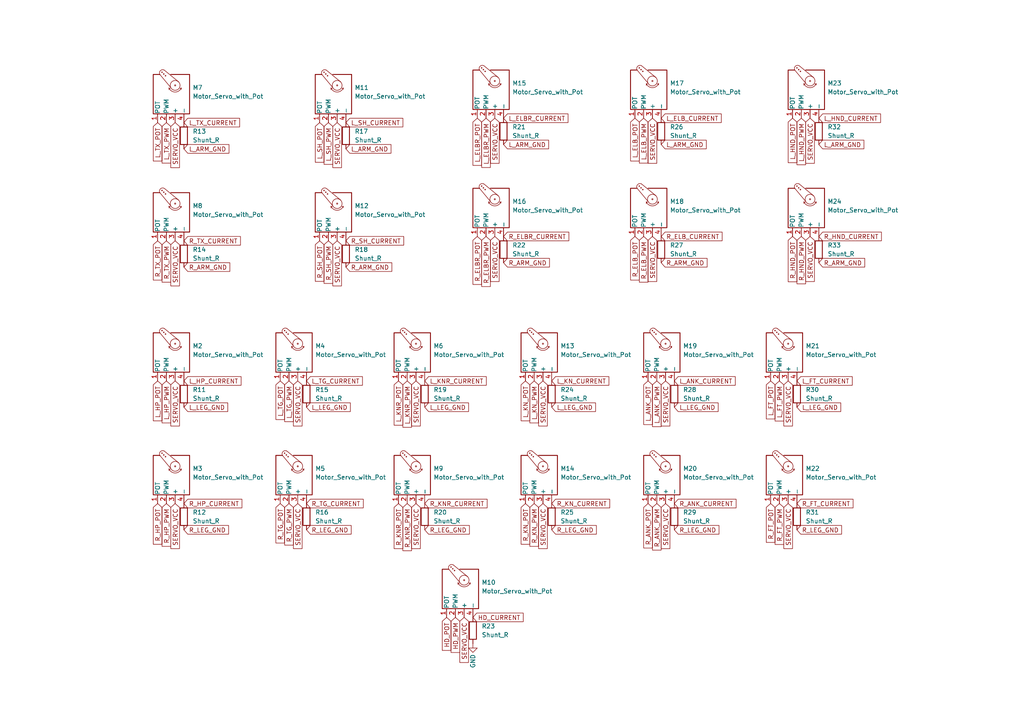
<source format=kicad_sch>
(kicad_sch (version 20230121) (generator eeschema)
  (paper "A4")
  (lib_symbols
    (symbol "Ben_modules:Motor_Servo_with_Pot" (pin_names (offset 0.0254))
      (property "Reference" "M" (at -5.08 7.62 0))
      (property "Value" "Motor_Servo_with_Pot" (at -5.08 -4.064 0))
      (symbol "Motor_Servo_with_Pot_0_1"
        (polyline (pts (xy 2.413 -1.778) (xy 2.032 -1.778)))
        (polyline (pts (xy 2.413 -1.778) (xy 2.286 -1.397)))
        (polyline (pts (xy 2.413 1.778) (xy 1.905 1.778)))
        (polyline (pts (xy 2.413 1.778) (xy 2.286 1.397)))
        (polyline (pts (xy 6.35 4.445) (xy 2.54 1.27)))
        (polyline (pts (xy 7.62 3.175) (xy 4.191 -1.016)))
        (polyline (pts (xy 6.35 4.445) (xy 6.35 6.35) (xy -5.08 6.35) (xy -5.08 -4.191) (xy 6.35 -4.191) (xy 6.35 1.27)) (stroke (width 0.254)))
        (arc (start 2.413 1.778) (mid 1.2406 0) (end 2.413 -1.778))
        (circle (center 3.175 0) (radius 0.1778))
        (circle (center 3.175 0) (radius 1.4224))
        (circle (center 5.969 2.794) (radius 0.127))
        (circle (center 6.477 3.302) (radius 0.127))
        (circle (center 6.985 3.81) (radius 0.127))
        (arc (start 7.62 3.175) (mid 7.4485 4.2735) (end 6.35 4.445))
      )
      (symbol "Motor_Servo_with_Pot_1_1"
        (pin passive line (at -7.62 5.08 0) (length 2.54) (name "POT") (number "1"))
        (pin passive line (at -7.62 2.54 0) (length 2.54) (name "PWM") (number "2"))
        (pin passive line (at -7.62 0 0) (length 2.54) (name "+") (number "3"))
        (pin passive line (at -7.62 -2.54 0) (length 2.54) (name "-") (number "4"))
      )
    )
    (symbol "Device:R" (pin_numbers hide) (pin_names (offset 0))
      (property "Reference" "R" (at 2.032 0 90))
      (property "Value" "R" (at 0 0 90))
      (symbol "R_0_1"
        (rectangle (start -1.016 -2.54) (end 1.016 2.54) (stroke (width 0.254)))
      )
      (symbol "R_1_1"
        (pin passive line (at 0 3.81 270) (length 1.27) (name "~") (number "1"))
        (pin passive line (at 0 -3.81 90) (length 1.27) (name "~") (number "2"))
      )
    )
    (symbol "power:GND" (power) (pin_names (offset 0))
      (property "Value" "GND" (at 0 -3.81 0))
      (symbol "GND_0_1"
        (polyline (pts (xy 0 0) (xy 0 -1.27) (xy 1.27 -1.27) (xy 0 -2.54) (xy -1.27 -1.27) (xy 0 -1.27)))
      )
      (symbol "GND_1_1"
        (pin power_in line (at 0 0 270) (length 0) hide (name "GND") (number "1"))
      )
    )
  )
  (global_label "HD_PWM" (shape input) (at 132.08 179.07 270) (property "Intersheetrefs" "${INTERSHEET_REFS}" (effects hide)))
  (global_label "R_ARM_GND" (shape input) (at 53.34 77.47 0) (property "Intersheetrefs" "${INTERSHEET_REFS}" (effects hide)))
  (global_label "L_ELB_POT" (shape input) (at 184.15 34.29 270) (property "Intersheetrefs" "${INTERSHEET_REFS}" (effects hide)))
  (global_label "R_SH_CURRENT" (shape input) (at 100.33 69.85 0) (property "Intersheetrefs" "${INTERSHEET_REFS}" (effects hide)))
  (global_label "L_KN_CURRENT" (shape input) (at 160.02 110.49 0) (property "Intersheetrefs" "${INTERSHEET_REFS}" (effects hide)))
  (global_label "R_KN_PWM" (shape input) (at 154.94 146.05 270) (property "Intersheetrefs" "${INTERSHEET_REFS}" (effects hide)))
  (global_label "SERVO_VCC" (shape input) (at 189.23 34.29 270) (property "Intersheetrefs" "${INTERSHEET_REFS}" (effects hide)))
  (global_label "R_ELBR_PWM" (shape input) (at 140.97 68.58 270) (property "Intersheetrefs" "${INTERSHEET_REFS}" (effects hide)))
  (global_label "SERVO_VCC" (shape input) (at 97.79 69.85 270) (property "Intersheetrefs" "${INTERSHEET_REFS}" (effects hide)))
  (global_label "R_ELB_POT" (shape input) (at 184.15 68.58 270) (property "Intersheetrefs" "${INTERSHEET_REFS}" (effects hide)))
  (global_label "R_FT_POT" (shape input) (at 223.52 146.05 270) (property "Intersheetrefs" "${INTERSHEET_REFS}" (effects hide)))
  (global_label "R_TG_POT" (shape input) (at 81.28 146.05 270) (property "Intersheetrefs" "${INTERSHEET_REFS}" (effects hide)))
  (global_label "L_ARM_GND" (shape input) (at 146.05 41.91 0) (property "Intersheetrefs" "${INTERSHEET_REFS}" (effects hide)))
  (global_label "L_KN_PWM" (shape input) (at 154.94 110.49 270) (property "Intersheetrefs" "${INTERSHEET_REFS}" (effects hide)))
  (global_label "R_TG_CURRENT" (shape input) (at 88.9 146.05 0) (property "Intersheetrefs" "${INTERSHEET_REFS}" (effects hide)))
  (global_label "L_ARM_GND" (shape input) (at 237.49 41.91 0) (property "Intersheetrefs" "${INTERSHEET_REFS}" (effects hide)))
  (global_label "L_ANK_POT" (shape input) (at 187.96 110.49 270) (property "Intersheetrefs" "${INTERSHEET_REFS}" (effects hide)))
  (global_label "R_ELB_PWM" (shape input) (at 186.69 68.58 270) (property "Intersheetrefs" "${INTERSHEET_REFS}" (effects hide)))
  (global_label "R_ELBR_POT" (shape input) (at 138.43 68.58 270) (property "Intersheetrefs" "${INTERSHEET_REFS}" (effects hide)))
  (global_label "R_ANK_POT" (shape input) (at 187.96 146.05 270) (property "Intersheetrefs" "${INTERSHEET_REFS}" (effects hide)))
  (global_label "SERVO_VCC" (shape input) (at 234.95 34.29 270) (property "Intersheetrefs" "${INTERSHEET_REFS}" (effects hide)))
  (global_label "R_KN_CURRENT" (shape input) (at 160.02 146.05 0) (property "Intersheetrefs" "${INTERSHEET_REFS}" (effects hide)))
  (global_label "R_LEG_GND" (shape input) (at 195.58 153.67 0) (property "Intersheetrefs" "${INTERSHEET_REFS}" (effects hide)))
  (global_label "SERVO_VCC" (shape input) (at 50.8 69.85 270) (property "Intersheetrefs" "${INTERSHEET_REFS}" (effects hide)))
  (global_label "R_TX_CURRENT" (shape input) (at 53.34 69.85 0) (property "Intersheetrefs" "${INTERSHEET_REFS}" (effects hide)))
  (global_label "L_LEG_GND" (shape input) (at 123.19 118.11 0) (property "Intersheetrefs" "${INTERSHEET_REFS}" (effects hide)))
  (global_label "SERVO_VCC" (shape input) (at 234.95 68.58 270) (property "Intersheetrefs" "${INTERSHEET_REFS}" (effects hide)))
  (global_label "SERVO_VCC" (shape input) (at 189.23 68.58 270) (property "Intersheetrefs" "${INTERSHEET_REFS}" (effects hide)))
  (global_label "L_ELBR_PWM" (shape input) (at 140.97 34.29 270) (property "Intersheetrefs" "${INTERSHEET_REFS}" (effects hide)))
  (global_label "SERVO_VCC" (shape input) (at 157.48 146.05 270) (property "Intersheetrefs" "${INTERSHEET_REFS}" (effects hide)))
  (global_label "L_KNR_PWM" (shape input) (at 118.11 110.49 270) (property "Intersheetrefs" "${INTERSHEET_REFS}" (effects hide)))
  (global_label "L_LEG_GND" (shape input) (at 195.58 118.11 0) (property "Intersheetrefs" "${INTERSHEET_REFS}" (effects hide)))
  (global_label "L_ELB_CURRENT" (shape input) (at 191.77 34.29 0) (property "Intersheetrefs" "${INTERSHEET_REFS}" (effects hide)))
  (global_label "R_ELB_CURRENT" (shape input) (at 191.77 68.58 0) (property "Intersheetrefs" "${INTERSHEET_REFS}" (effects hide)))
  (global_label "SERVO_VCC" (shape input) (at 143.51 68.58 270) (property "Intersheetrefs" "${INTERSHEET_REFS}" (effects hide)))
  (global_label "L_TX_CURRENT" (shape input) (at 53.34 35.56 0) (property "Intersheetrefs" "${INTERSHEET_REFS}" (effects hide)))
  (global_label "L_FT_CURRENT" (shape input) (at 231.14 110.49 0) (property "Intersheetrefs" "${INTERSHEET_REFS}" (effects hide)))
  (global_label "R_FT_PWM" (shape input) (at 226.06 146.05 270) (property "Intersheetrefs" "${INTERSHEET_REFS}" (effects hide)))
  (global_label "L_HP_CURRENT" (shape input) (at 53.34 110.49 0) (property "Intersheetrefs" "${INTERSHEET_REFS}" (effects hide)))
  (global_label "SERVO_VCC" (shape input) (at 134.62 179.07 270) (property "Intersheetrefs" "${INTERSHEET_REFS}" (effects hide)))
  (global_label "R_HND_POT" (shape input) (at 229.87 68.58 270) (property "Intersheetrefs" "${INTERSHEET_REFS}" (effects hide)))
  (global_label "L_HP_POT" (shape input) (at 45.72 110.49 270) (property "Intersheetrefs" "${INTERSHEET_REFS}" (effects hide)))
  (global_label "R_HP_PWM" (shape input) (at 48.26 146.05 270) (property "Intersheetrefs" "${INTERSHEET_REFS}" (effects hide)))
  (global_label "R_KNR_POT" (shape input) (at 115.57 146.05 270) (property "Intersheetrefs" "${INTERSHEET_REFS}" (effects hide)))
  (global_label "SERVO_VCC" (shape input) (at 228.6 110.49 270) (property "Intersheetrefs" "${INTERSHEET_REFS}" (effects hide)))
  (global_label "R_HP_POT" (shape input) (at 45.72 146.05 270) (property "Intersheetrefs" "${INTERSHEET_REFS}" (effects hide)))
  (global_label "L_LEG_GND" (shape input) (at 88.9 118.11 0) (property "Intersheetrefs" "${INTERSHEET_REFS}" (effects hide)))
  (global_label "R_HND_PWM" (shape input) (at 232.41 68.58 270) (property "Intersheetrefs" "${INTERSHEET_REFS}" (effects hide)))
  (global_label "SERVO_VCC" (shape input) (at 86.36 110.49 270) (property "Intersheetrefs" "${INTERSHEET_REFS}" (effects hide)))
  (global_label "L_TG_PWM" (shape input) (at 83.82 110.49 270) (property "Intersheetrefs" "${INTERSHEET_REFS}" (effects hide)))
  (global_label "SERVO_VCC" (shape input) (at 228.6 146.05 270) (property "Intersheetrefs" "${INTERSHEET_REFS}" (effects hide)))
  (global_label "R_LEG_GND" (shape input) (at 123.19 153.67 0) (property "Intersheetrefs" "${INTERSHEET_REFS}" (effects hide)))
  (global_label "L_ARM_GND" (shape input) (at 53.34 43.18 0) (property "Intersheetrefs" "${INTERSHEET_REFS}" (effects hide)))
  (global_label "L_KN_POT" (shape input) (at 152.4 110.49 270) (property "Intersheetrefs" "${INTERSHEET_REFS}" (effects hide)))
  (global_label "SERVO_VCC" (shape input) (at 193.04 110.49 270) (property "Intersheetrefs" "${INTERSHEET_REFS}" (effects hide)))
  (global_label "R_TX_PWM" (shape input) (at 48.26 69.85 270) (property "Intersheetrefs" "${INTERSHEET_REFS}" (effects hide)))
  (global_label "R_TG_PWM" (shape input) (at 83.82 146.05 270) (property "Intersheetrefs" "${INTERSHEET_REFS}" (effects hide)))
  (global_label "L_HND_PWM" (shape input) (at 232.41 34.29 270) (property "Intersheetrefs" "${INTERSHEET_REFS}" (effects hide)))
  (global_label "SERVO_VCC" (shape input) (at 193.04 146.05 270) (property "Intersheetrefs" "${INTERSHEET_REFS}" (effects hide)))
  (global_label "L_LEG_GND" (shape input) (at 231.14 118.11 0) (property "Intersheetrefs" "${INTERSHEET_REFS}" (effects hide)))
  (global_label "L_HND_CURRENT" (shape input) (at 237.49 34.29 0) (property "Intersheetrefs" "${INTERSHEET_REFS}" (effects hide)))
  (global_label "R_SH_POT" (shape input) (at 92.71 69.85 270) (property "Intersheetrefs" "${INTERSHEET_REFS}" (effects hide)))
  (global_label "L_TX_POT" (shape input) (at 45.72 35.56 270) (property "Intersheetrefs" "${INTERSHEET_REFS}" (effects hide)))
  (global_label "L_SH_CURRENT" (shape input) (at 100.33 35.56 0) (property "Intersheetrefs" "${INTERSHEET_REFS}" (effects hide)))
  (global_label "R_SH_PWM" (shape input) (at 95.25 69.85 270) (property "Intersheetrefs" "${INTERSHEET_REFS}" (effects hide)))
  (global_label "SERVO_VCC" (shape input) (at 120.65 146.05 270) (property "Intersheetrefs" "${INTERSHEET_REFS}" (effects hide)))
  (global_label "L_TX_PWM" (shape input) (at 48.26 35.56 270) (property "Intersheetrefs" "${INTERSHEET_REFS}" (effects hide)))
  (global_label "SERVO_VCC" (shape input) (at 86.36 146.05 270) (property "Intersheetrefs" "${INTERSHEET_REFS}" (effects hide)))
  (global_label "SERVO_VCC" (shape input) (at 50.8 146.05 270) (property "Intersheetrefs" "${INTERSHEET_REFS}" (effects hide)))
  (global_label "HD_POT" (shape input) (at 129.54 179.07 270) (property "Intersheetrefs" "${INTERSHEET_REFS}" (effects hide)))
  (global_label "R_ELBR_CURRENT" (shape input) (at 146.05 68.58 0) (property "Intersheetrefs" "${INTERSHEET_REFS}" (effects hide)))
  (global_label "R_TX_POT" (shape input) (at 45.72 69.85 270) (property "Intersheetrefs" "${INTERSHEET_REFS}" (effects hide)))
  (global_label "L_ANK_CURRENT" (shape input) (at 195.58 110.49 0) (property "Intersheetrefs" "${INTERSHEET_REFS}" (effects hide)))
  (global_label "R_ARM_GND" (shape input) (at 237.49 76.2 0) (property "Intersheetrefs" "${INTERSHEET_REFS}" (effects hide)))
  (global_label "R_ANK_PWM" (shape input) (at 190.5 146.05 270) (property "Intersheetrefs" "${INTERSHEET_REFS}" (effects hide)))
  (global_label "R_ARM_GND" (shape input) (at 146.05 76.2 0) (property "Intersheetrefs" "${INTERSHEET_REFS}" (effects hide)))
  (global_label "L_FT_PWM" (shape input) (at 226.06 110.49 270) (property "Intersheetrefs" "${INTERSHEET_REFS}" (effects hide)))
  (global_label "R_ANK_CURRENT" (shape input) (at 195.58 146.05 0) (property "Intersheetrefs" "${INTERSHEET_REFS}" (effects hide)))
  (global_label "R_FT_CURRENT" (shape input) (at 231.14 146.05 0) (property "Intersheetrefs" "${INTERSHEET_REFS}" (effects hide)))
  (global_label "L_FT_POT" (shape input) (at 223.52 110.49 270) (property "Intersheetrefs" "${INTERSHEET_REFS}" (effects hide)))
  (global_label "L_ARM_GND" (shape input) (at 100.33 43.18 0) (property "Intersheetrefs" "${INTERSHEET_REFS}" (effects hide)))
  (global_label "L_ANK_PWM" (shape input) (at 190.5 110.49 270) (property "Intersheetrefs" "${INTERSHEET_REFS}" (effects hide)))
  (global_label "R_KNR_CURRENT" (shape input) (at 123.19 146.05 0) (property "Intersheetrefs" "${INTERSHEET_REFS}" (effects hide)))
  (global_label "L_ELB_PWM" (shape input) (at 186.69 34.29 270) (property "Intersheetrefs" "${INTERSHEET_REFS}" (effects hide)))
  (global_label "L_TG_CURRENT" (shape input) (at 88.9 110.49 0) (property "Intersheetrefs" "${INTERSHEET_REFS}" (effects hide)))
  (global_label "SERVO_VCC" (shape input) (at 97.79 35.56 270) (property "Intersheetrefs" "${INTERSHEET_REFS}" (effects hide)))
  (global_label "L_HP_PWM" (shape input) (at 48.26 110.49 270) (property "Intersheetrefs" "${INTERSHEET_REFS}" (effects hide)))
  (global_label "L_ARM_GND" (shape input) (at 191.77 41.91 0) (property "Intersheetrefs" "${INTERSHEET_REFS}" (effects hide)))
  (global_label "HD_CURRENT" (shape input) (at 137.16 179.07 0) (property "Intersheetrefs" "${INTERSHEET_REFS}" (effects hide)))
  (global_label "SERVO_VCC" (shape input) (at 50.8 110.49 270) (property "Intersheetrefs" "${INTERSHEET_REFS}" (effects hide)))
  (global_label "L_TG_POT" (shape input) (at 81.28 110.49 270) (property "Intersheetrefs" "${INTERSHEET_REFS}" (effects hide)))
  (global_label "R_ARM_GND" (shape input) (at 100.33 77.47 0) (property "Intersheetrefs" "${INTERSHEET_REFS}" (effects hide)))
  (global_label "R_LEG_GND" (shape input) (at 88.9 153.67 0) (property "Intersheetrefs" "${INTERSHEET_REFS}" (effects hide)))
  (global_label "SERVO_VCC" (shape input) (at 50.8 35.56 270) (property "Intersheetrefs" "${INTERSHEET_REFS}" (effects hide)))
  (global_label "L_SH_PWM" (shape input) (at 95.25 35.56 270) (property "Intersheetrefs" "${INTERSHEET_REFS}" (effects hide)))
  (global_label "SERVO_VCC" (shape input) (at 143.51 34.29 270) (property "Intersheetrefs" "${INTERSHEET_REFS}" (effects hide)))
  (global_label "R_HP_CURRENT" (shape input) (at 53.34 146.05 0) (property "Intersheetrefs" "${INTERSHEET_REFS}" (effects hide)))
  (global_label "R_ARM_GND" (shape input) (at 191.77 76.2 0) (property "Intersheetrefs" "${INTERSHEET_REFS}" (effects hide)))
  (global_label "SERVO_VCC" (shape input) (at 157.48 110.49 270) (property "Intersheetrefs" "${INTERSHEET_REFS}" (effects hide)))
  (global_label "R_LEG_GND" (shape input) (at 160.02 153.67 0) (property "Intersheetrefs" "${INTERSHEET_REFS}" (effects hide)))
  (global_label "L_LEG_GND" (shape input) (at 53.34 118.11 0) (property "Intersheetrefs" "${INTERSHEET_REFS}" (effects hide)))
  (global_label "R_LEG_GND" (shape input) (at 231.14 153.67 0) (property "Intersheetrefs" "${INTERSHEET_REFS}" (effects hide)))
  (global_label "L_KNR_POT" (shape input) (at 115.57 110.49 270) (property "Intersheetrefs" "${INTERSHEET_REFS}" (effects hide)))
  (global_label "L_SH_POT" (shape input) (at 92.71 35.56 270) (property "Intersheetrefs" "${INTERSHEET_REFS}" (effects hide)))
  (global_label "L_KNR_CURRENT" (shape input) (at 123.19 110.49 0) (property "Intersheetrefs" "${INTERSHEET_REFS}" (effects hide)))
  (global_label "SERVO_VCC" (shape input) (at 120.65 110.49 270) (property "Intersheetrefs" "${INTERSHEET_REFS}" (effects hide)))
  (global_label "R_KNR_PWM" (shape input) (at 118.11 146.05 270) (property "Intersheetrefs" "${INTERSHEET_REFS}" (effects hide)))
  (global_label "L_ELBR_CURRENT" (shape input) (at 146.05 34.29 0) (property "Intersheetrefs" "${INTERSHEET_REFS}" (effects hide)))
  (global_label "L_HND_POT" (shape input) (at 229.87 34.29 270) (property "Intersheetrefs" "${INTERSHEET_REFS}" (effects hide)))
  (global_label "R_HND_CURRENT" (shape input) (at 237.49 68.58 0) (property "Intersheetrefs" "${INTERSHEET_REFS}" (effects hide)))
  (global_label "L_LEG_GND" (shape input) (at 160.02 118.11 0) (property "Intersheetrefs" "${INTERSHEET_REFS}" (effects hide)))
  (global_label "L_ELBR_POT" (shape input) (at 138.43 34.29 270) (property "Intersheetrefs" "${INTERSHEET_REFS}" (effects hide)))
  (global_label "R_KN_POT" (shape input) (at 152.4 146.05 270) (property "Intersheetrefs" "${INTERSHEET_REFS}" (effects hide)))
  (global_label "R_LEG_GND" (shape input) (at 53.34 153.67 0) (property "Intersheetrefs" "${INTERSHEET_REFS}" (effects hide)))
  (symbol (lib_id "Device:R") (at 237.49 38.1 0) (unit 1)
    (property "Reference" "R32" (at 240.03 36.8299 0) (effects (justify left)))
    (property "Value" "Shunt_R" (at 240.03 39.3699 0) (effects (justify left)))
    (property "Footprint" "Resistor_THT:R_Axial_DIN0204_L3.6mm_D1.6mm_P2.54mm_Vertical" (effects hide))
  )
  (symbol (lib_id "Ben_modules:Motor_Servo_with_Pot") (at 234.95 26.67 90) (unit 1)
    (property "Reference" "M23" (at 240.03 24.141 90) (effects (justify right)))
    (property "Value" "Motor_Servo_with_Pot" (at 240.03 26.681 90) (effects (justify right)))
    (property "Footprint" "Connector_PinHeader_2.54mm:PinHeader_1x04_P2.54mm_Vertical" (effects hide))
    (property "Datasheet" "http://forums.parallax.com/uploads/attachments/46831/74481.png" (effects hide))
  )
  (symbol (lib_id "Device:R") (at 231.14 114.3 0) (unit 1)
    (property "Reference" "R30" (at 233.68 113.0299 0) (effects (justify left)))
    (property "Value" "Shunt_R" (at 233.68 115.5699 0) (effects (justify left)))
    (property "Footprint" "Resistor_THT:R_Axial_DIN0204_L3.6mm_D1.6mm_P2.54mm_Vertical" (effects hide))
  )
  (symbol (lib_id "Device:R") (at 191.77 72.39 0) (unit 1)
    (property "Reference" "R27" (at 194.31 71.1199 0) (effects (justify left)))
    (property "Value" "Shunt_R" (at 194.31 73.6599 0) (effects (justify left)))
    (property "Footprint" "Resistor_THT:R_Axial_DIN0204_L3.6mm_D1.6mm_P2.54mm_Vertical" (effects hide))
  )
  (symbol (lib_id "Ben_modules:Motor_Servo_with_Pot") (at 50.8 102.87 90) (unit 1)
    (property "Reference" "M2" (at 55.88 100.341 90) (effects (justify right)))
    (property "Value" "Motor_Servo_with_Pot" (at 55.88 102.881 90) (effects (justify right)))
    (property "Footprint" "Connector_PinHeader_2.54mm:PinHeader_1x04_P2.54mm_Vertical" (effects hide))
    (property "Datasheet" "http://forums.parallax.com/uploads/attachments/46831/74481.png" (effects hide))
  )
  (symbol (lib_id "Device:R") (at 231.14 149.86 0) (unit 1)
    (property "Reference" "R31" (at 233.68 148.5899 0) (effects (justify left)))
    (property "Value" "Shunt_R" (at 233.68 151.1299 0) (effects (justify left)))
    (property "Footprint" "Resistor_THT:R_Axial_DIN0204_L3.6mm_D1.6mm_P2.54mm_Vertical" (effects hide))
  )
  (symbol (lib_id "Device:R") (at 146.05 72.39 0) (unit 1)
    (property "Reference" "R22" (at 148.59 71.1199 0) (effects (justify left)))
    (property "Value" "Shunt_R" (at 148.59 73.6599 0) (effects (justify left)))
    (property "Footprint" "Resistor_THT:R_Axial_DIN0204_L3.6mm_D1.6mm_P2.54mm_Vertical" (effects hide))
  )
  (symbol (lib_id "Ben_modules:Motor_Servo_with_Pot") (at 193.04 138.43 90) (unit 1)
    (property "Reference" "M20" (at 198.12 135.901 90) (effects (justify right)))
    (property "Value" "Motor_Servo_with_Pot" (at 198.12 138.441 90) (effects (justify right)))
    (property "Footprint" "Connector_PinHeader_2.54mm:PinHeader_1x04_P2.54mm_Vertical" (effects hide))
    (property "Datasheet" "http://forums.parallax.com/uploads/attachments/46831/74481.png" (effects hide))
  )
  (symbol (lib_id "power:GND") (at 137.16 186.69 0) (unit 1)
    (property "Reference" "#PWR0119" (effects hide))
    (property "Value" "GND" (at 137.16 191.77 90))
  )
  (symbol (lib_id "Device:R") (at 53.34 149.86 0) (unit 1)
    (property "Reference" "R12" (at 55.88 148.5899 0) (effects (justify left)))
    (property "Value" "Shunt_R" (at 55.88 151.1299 0) (effects (justify left)))
    (property "Footprint" "Resistor_THT:R_Axial_DIN0204_L3.6mm_D1.6mm_P2.54mm_Vertical" (effects hide))
  )
  (symbol (lib_id "Device:R") (at 100.33 39.37 0) (unit 1)
    (property "Reference" "R17" (at 102.87 38.0999 0) (effects (justify left)))
    (property "Value" "Shunt_R" (at 102.87 40.6399 0) (effects (justify left)))
    (property "Footprint" "Resistor_THT:R_Axial_DIN0204_L3.6mm_D1.6mm_P2.54mm_Vertical" (effects hide))
  )
  (symbol (lib_id "Ben_modules:Motor_Servo_with_Pot") (at 157.48 102.87 90) (unit 1)
    (property "Reference" "M13" (at 162.56 100.341 90) (effects (justify right)))
    (property "Value" "Motor_Servo_with_Pot" (at 162.56 102.881 90) (effects (justify right)))
    (property "Footprint" "Connector_PinHeader_2.54mm:PinHeader_1x04_P2.54mm_Vertical" (effects hide))
    (property "Datasheet" "http://forums.parallax.com/uploads/attachments/46831/74481.png" (effects hide))
  )
  (symbol (lib_id "Device:R") (at 146.05 38.1 0) (unit 1)
    (property "Reference" "R21" (at 148.59 36.8299 0) (effects (justify left)))
    (property "Value" "Shunt_R" (at 148.59 39.3699 0) (effects (justify left)))
    (property "Footprint" "Resistor_THT:R_Axial_DIN0204_L3.6mm_D1.6mm_P2.54mm_Vertical" (effects hide))
  )
  (symbol (lib_id "Ben_modules:Motor_Servo_with_Pot") (at 97.79 62.23 90) (unit 1)
    (property "Reference" "M12" (at 102.87 59.701 90) (effects (justify right)))
    (property "Value" "Motor_Servo_with_Pot" (at 102.87 62.241 90) (effects (justify right)))
    (property "Footprint" "Connector_PinHeader_2.54mm:PinHeader_1x04_P2.54mm_Vertical" (effects hide))
    (property "Datasheet" "http://forums.parallax.com/uploads/attachments/46831/74481.png" (effects hide))
  )
  (symbol (lib_id "Device:R") (at 123.19 149.86 0) (unit 1)
    (property "Reference" "R20" (at 125.73 148.5899 0) (effects (justify left)))
    (property "Value" "Shunt_R" (at 125.73 151.1299 0) (effects (justify left)))
    (property "Footprint" "Resistor_THT:R_Axial_DIN0204_L3.6mm_D1.6mm_P2.54mm_Vertical" (effects hide))
  )
  (symbol (lib_id "Device:R") (at 160.02 114.3 0) (unit 1)
    (property "Reference" "R24" (at 162.56 113.0299 0) (effects (justify left)))
    (property "Value" "Shunt_R" (at 162.56 115.5699 0) (effects (justify left)))
    (property "Footprint" "Resistor_THT:R_Axial_DIN0204_L3.6mm_D1.6mm_P2.54mm_Vertical" (effects hide))
  )
  (symbol (lib_id "Device:R") (at 195.58 149.86 0) (unit 1)
    (property "Reference" "R29" (at 198.12 148.5899 0) (effects (justify left)))
    (property "Value" "Shunt_R" (at 198.12 151.1299 0) (effects (justify left)))
    (property "Footprint" "Resistor_THT:R_Axial_DIN0204_L3.6mm_D1.6mm_P2.54mm_Vertical" (effects hide))
  )
  (symbol (lib_id "Ben_modules:Motor_Servo_with_Pot") (at 193.04 102.87 90) (unit 1)
    (property "Reference" "M19" (at 198.12 100.341 90) (effects (justify right)))
    (property "Value" "Motor_Servo_with_Pot" (at 198.12 102.881 90) (effects (justify right)))
    (property "Footprint" "Connector_PinHeader_2.54mm:PinHeader_1x04_P2.54mm_Vertical" (effects hide))
    (property "Datasheet" "http://forums.parallax.com/uploads/attachments/46831/74481.png" (effects hide))
  )
  (symbol (lib_id "Ben_modules:Motor_Servo_with_Pot") (at 234.95 60.96 90) (unit 1)
    (property "Reference" "M24" (at 240.03 58.431 90) (effects (justify right)))
    (property "Value" "Motor_Servo_with_Pot" (at 240.03 60.971 90) (effects (justify right)))
    (property "Footprint" "Connector_PinHeader_2.54mm:PinHeader_1x04_P2.54mm_Vertical" (effects hide))
    (property "Datasheet" "http://forums.parallax.com/uploads/attachments/46831/74481.png" (effects hide))
  )
  (symbol (lib_id "Device:R") (at 191.77 38.1 0) (unit 1)
    (property "Reference" "R26" (at 194.31 36.8299 0) (effects (justify left)))
    (property "Value" "Shunt_R" (at 194.31 39.3699 0) (effects (justify left)))
    (property "Footprint" "Resistor_THT:R_Axial_DIN0204_L3.6mm_D1.6mm_P2.54mm_Vertical" (effects hide))
  )
  (symbol (lib_id "Device:R") (at 100.33 73.66 0) (unit 1)
    (property "Reference" "R18" (at 102.87 72.3899 0) (effects (justify left)))
    (property "Value" "Shunt_R" (at 102.87 74.9299 0) (effects (justify left)))
    (property "Footprint" "Resistor_THT:R_Axial_DIN0204_L3.6mm_D1.6mm_P2.54mm_Vertical" (effects hide))
  )
  (symbol (lib_id "Ben_modules:Motor_Servo_with_Pot") (at 143.51 26.67 90) (unit 1)
    (property "Reference" "M15" (at 148.59 24.141 90) (effects (justify right)))
    (property "Value" "Motor_Servo_with_Pot" (at 148.59 26.681 90) (effects (justify right)))
    (property "Footprint" "Connector_PinHeader_2.54mm:PinHeader_1x04_P2.54mm_Vertical" (effects hide))
    (property "Datasheet" "http://forums.parallax.com/uploads/attachments/46831/74481.png" (effects hide))
  )
  (symbol (lib_id "Ben_modules:Motor_Servo_with_Pot") (at 86.36 138.43 90) (unit 1)
    (property "Reference" "M5" (at 91.44 135.901 90) (effects (justify right)))
    (property "Value" "Motor_Servo_with_Pot" (at 91.44 138.441 90) (effects (justify right)))
    (property "Footprint" "Connector_PinHeader_2.54mm:PinHeader_1x04_P2.54mm_Vertical" (effects hide))
    (property "Datasheet" "http://forums.parallax.com/uploads/attachments/46831/74481.png" (effects hide))
  )
  (symbol (lib_id "Device:R") (at 123.19 114.3 0) (unit 1)
    (property "Reference" "R19" (at 125.73 113.0299 0) (effects (justify left)))
    (property "Value" "Shunt_R" (at 125.73 115.5699 0) (effects (justify left)))
    (property "Footprint" "Resistor_THT:R_Axial_DIN0204_L3.6mm_D1.6mm_P2.54mm_Vertical" (effects hide))
  )
  (symbol (lib_id "Device:R") (at 195.58 114.3 0) (unit 1)
    (property "Reference" "R28" (at 198.12 113.0299 0) (effects (justify left)))
    (property "Value" "Shunt_R" (at 198.12 115.5699 0) (effects (justify left)))
    (property "Footprint" "Resistor_THT:R_Axial_DIN0204_L3.6mm_D1.6mm_P2.54mm_Vertical" (effects hide))
  )
  (symbol (lib_id "Ben_modules:Motor_Servo_with_Pot") (at 228.6 138.43 90) (unit 1)
    (property "Reference" "M22" (at 233.68 135.901 90) (effects (justify right)))
    (property "Value" "Motor_Servo_with_Pot" (at 233.68 138.441 90) (effects (justify right)))
    (property "Footprint" "Connector_PinHeader_2.54mm:PinHeader_1x04_P2.54mm_Vertical" (effects hide))
    (property "Datasheet" "http://forums.parallax.com/uploads/attachments/46831/74481.png" (effects hide))
  )
  (symbol (lib_id "Ben_modules:Motor_Servo_with_Pot") (at 143.51 60.96 90) (unit 1)
    (property "Reference" "M16" (at 148.59 58.431 90) (effects (justify right)))
    (property "Value" "Motor_Servo_with_Pot" (at 148.59 60.971 90) (effects (justify right)))
    (property "Footprint" "Connector_PinHeader_2.54mm:PinHeader_1x04_P2.54mm_Vertical" (effects hide))
    (property "Datasheet" "http://forums.parallax.com/uploads/attachments/46831/74481.png" (effects hide))
  )
  (symbol (lib_id "Ben_modules:Motor_Servo_with_Pot") (at 50.8 27.94 90) (unit 1)
    (property "Reference" "M7" (at 55.88 25.411 90) (effects (justify right)))
    (property "Value" "Motor_Servo_with_Pot" (at 55.88 27.951 90) (effects (justify right)))
    (property "Footprint" "Connector_PinHeader_2.54mm:PinHeader_1x04_P2.54mm_Vertical" (effects hide))
    (property "Datasheet" "http://forums.parallax.com/uploads/attachments/46831/74481.png" (effects hide))
  )
  (symbol (lib_id "Ben_modules:Motor_Servo_with_Pot") (at 50.8 138.43 90) (unit 1)
    (property "Reference" "M3" (at 55.88 135.901 90) (effects (justify right)))
    (property "Value" "Motor_Servo_with_Pot" (at 55.88 138.441 90) (effects (justify right)))
    (property "Footprint" "Connector_PinHeader_2.54mm:PinHeader_1x04_P2.54mm_Vertical" (effects hide))
    (property "Datasheet" "http://forums.parallax.com/uploads/attachments/46831/74481.png" (effects hide))
  )
  (symbol (lib_id "Ben_modules:Motor_Servo_with_Pot") (at 120.65 138.43 90) (unit 1)
    (property "Reference" "M9" (at 125.73 135.901 90) (effects (justify right)))
    (property "Value" "Motor_Servo_with_Pot" (at 125.73 138.441 90) (effects (justify right)))
    (property "Footprint" "Connector_PinHeader_2.54mm:PinHeader_1x04_P2.54mm_Vertical" (effects hide))
    (property "Datasheet" "http://forums.parallax.com/uploads/attachments/46831/74481.png" (effects hide))
  )
  (symbol (lib_id "Device:R") (at 237.49 72.39 0) (unit 1)
    (property "Reference" "R33" (at 240.03 71.1199 0) (effects (justify left)))
    (property "Value" "Shunt_R" (at 240.03 73.6599 0) (effects (justify left)))
    (property "Footprint" "Resistor_THT:R_Axial_DIN0204_L3.6mm_D1.6mm_P2.54mm_Vertical" (effects hide))
  )
  (symbol (lib_id "Ben_modules:Motor_Servo_with_Pot") (at 228.6 102.87 90) (unit 1)
    (property "Reference" "M21" (at 233.68 100.341 90) (effects (justify right)))
    (property "Value" "Motor_Servo_with_Pot" (at 233.68 102.881 90) (effects (justify right)))
    (property "Footprint" "Connector_PinHeader_2.54mm:PinHeader_1x04_P2.54mm_Vertical" (effects hide))
    (property "Datasheet" "http://forums.parallax.com/uploads/attachments/46831/74481.png" (effects hide))
  )
  (symbol (lib_id "Device:R") (at 137.16 182.88 0) (unit 1)
    (property "Reference" "R23" (at 139.7 181.6099 0) (effects (justify left)))
    (property "Value" "Shunt_R" (at 139.7 184.1499 0) (effects (justify left)))
    (property "Footprint" "Resistor_THT:R_Axial_DIN0204_L3.6mm_D1.6mm_P2.54mm_Vertical" (effects hide))
  )
  (symbol (lib_id "Ben_modules:Motor_Servo_with_Pot") (at 86.36 102.87 90) (unit 1)
    (property "Reference" "M4" (at 91.44 100.341 90) (effects (justify right)))
    (property "Value" "Motor_Servo_with_Pot" (at 91.44 102.881 90) (effects (justify right)))
    (property "Footprint" "Connector_PinHeader_2.54mm:PinHeader_1x04_P2.54mm_Vertical" (effects hide))
    (property "Datasheet" "http://forums.parallax.com/uploads/attachments/46831/74481.png" (effects hide))
  )
  (symbol (lib_id "Ben_modules:Motor_Servo_with_Pot") (at 120.65 102.87 90) (unit 1)
    (property "Reference" "M6" (at 125.73 100.341 90) (effects (justify right)))
    (property "Value" "Motor_Servo_with_Pot" (at 125.73 102.881 90) (effects (justify right)))
    (property "Footprint" "Connector_PinHeader_2.54mm:PinHeader_1x04_P2.54mm_Vertical" (effects hide))
    (property "Datasheet" "http://forums.parallax.com/uploads/attachments/46831/74481.png" (effects hide))
  )
  (symbol (lib_id "Ben_modules:Motor_Servo_with_Pot") (at 157.48 138.43 90) (unit 1)
    (property "Reference" "M14" (at 162.56 135.901 90) (effects (justify right)))
    (property "Value" "Motor_Servo_with_Pot" (at 162.56 138.441 90) (effects (justify right)))
    (property "Footprint" "Connector_PinHeader_2.54mm:PinHeader_1x04_P2.54mm_Vertical" (effects hide))
    (property "Datasheet" "http://forums.parallax.com/uploads/attachments/46831/74481.png" (effects hide))
  )
  (symbol (lib_id "Device:R") (at 53.34 73.66 0) (unit 1)
    (property "Reference" "R14" (at 55.88 72.3899 0) (effects (justify left)))
    (property "Value" "Shunt_R" (at 55.88 74.9299 0) (effects (justify left)))
    (property "Footprint" "Resistor_THT:R_Axial_DIN0204_L3.6mm_D1.6mm_P2.54mm_Vertical" (effects hide))
  )
  (symbol (lib_id "Device:R") (at 160.02 149.86 0) (unit 1)
    (property "Reference" "R25" (at 162.56 148.5899 0) (effects (justify left)))
    (property "Value" "Shunt_R" (at 162.56 151.1299 0) (effects (justify left)))
    (property "Footprint" "Resistor_THT:R_Axial_DIN0204_L3.6mm_D1.6mm_P2.54mm_Vertical" (effects hide))
  )
  (symbol (lib_id "Ben_modules:Motor_Servo_with_Pot") (at 134.62 171.45 90) (unit 1)
    (property "Reference" "M10" (at 139.7 168.921 90) (effects (justify right)))
    (property "Value" "Motor_Servo_with_Pot" (at 139.7 171.461 90) (effects (justify right)))
    (property "Footprint" "Connector_PinHeader_2.54mm:PinHeader_1x04_P2.54mm_Vertical" (effects hide))
    (property "Datasheet" "http://forums.parallax.com/uploads/attachments/46831/74481.png" (effects hide))
  )
  (symbol (lib_id "Ben_modules:Motor_Servo_with_Pot") (at 97.79 27.94 90) (unit 1)
    (property "Reference" "M11" (at 102.87 25.411 90) (effects (justify right)))
    (property "Value" "Motor_Servo_with_Pot" (at 102.87 27.951 90) (effects (justify right)))
    (property "Footprint" "Connector_PinHeader_2.54mm:PinHeader_1x04_P2.54mm_Vertical" (effects hide))
    (property "Datasheet" "http://forums.parallax.com/uploads/attachments/46831/74481.png" (effects hide))
  )
  (symbol (lib_id "Ben_modules:Motor_Servo_with_Pot") (at 189.23 26.67 90) (unit 1)
    (property "Reference" "M17" (at 194.31 24.141 90) (effects (justify right)))
    (property "Value" "Motor_Servo_with_Pot" (at 194.31 26.681 90) (effects (justify right)))
    (property "Footprint" "Connector_PinHeader_2.54mm:PinHeader_1x04_P2.54mm_Vertical" (effects hide))
    (property "Datasheet" "http://forums.parallax.com/uploads/attachments/46831/74481.png" (effects hide))
  )
  (symbol (lib_id "Device:R") (at 88.9 114.3 0) (unit 1)
    (property "Reference" "R15" (at 91.44 113.0299 0) (effects (justify left)))
    (property "Value" "Shunt_R" (at 91.44 115.5699 0) (effects (justify left)))
    (property "Footprint" "Resistor_THT:R_Axial_DIN0204_L3.6mm_D1.6mm_P2.54mm_Vertical" (effects hide))
  )
  (symbol (lib_id "Device:R") (at 88.9 149.86 0) (unit 1)
    (property "Reference" "R16" (at 91.44 148.5899 0) (effects (justify left)))
    (property "Value" "Shunt_R" (at 91.44 151.1299 0) (effects (justify left)))
    (property "Footprint" "Resistor_THT:R_Axial_DIN0204_L3.6mm_D1.6mm_P2.54mm_Vertical" (effects hide))
  )
  (symbol (lib_id "Device:R") (at 53.34 114.3 0) (unit 1)
    (property "Reference" "R11" (at 55.88 113.0299 0) (effects (justify left)))
    (property "Value" "Shunt_R" (at 55.88 115.5699 0) (effects (justify left)))
    (property "Footprint" "Resistor_THT:R_Axial_DIN0204_L3.6mm_D1.6mm_P2.54mm_Vertical" (effects hide))
  )
  (symbol (lib_id "Ben_modules:Motor_Servo_with_Pot") (at 50.8 62.23 90) (unit 1)
    (property "Reference" "M8" (at 55.88 59.701 90) (effects (justify right)))
    (property "Value" "Motor_Servo_with_Pot" (at 55.88 62.241 90) (effects (justify right)))
    (property "Footprint" "Connector_PinHeader_2.54mm:PinHeader_1x04_P2.54mm_Vertical" (effects hide))
    (property "Datasheet" "http://forums.parallax.com/uploads/attachments/46831/74481.png" (effects hide))
  )
  (symbol (lib_id "Ben_modules:Motor_Servo_with_Pot") (at 189.23 60.96 90) (unit 1)
    (property "Reference" "M18" (at 194.31 58.431 90) (effects (justify right)))
    (property "Value" "Motor_Servo_with_Pot" (at 194.31 60.971 90) (effects (justify right)))
    (property "Footprint" "Connector_PinHeader_2.54mm:PinHeader_1x04_P2.54mm_Vertical" (effects hide))
    (property "Datasheet" "http://forums.parallax.com/uploads/attachments/46831/74481.png" (effects hide))
  )
  (symbol (lib_id "Device:R") (at 53.34 39.37 0) (unit 1)
    (property "Reference" "R13" (at 55.88 38.0999 0) (effects (justify left)))
    (property "Value" "Shunt_R" (at 55.88 40.6399 0) (effects (justify left)))
    (property "Footprint" "Resistor_THT:R_Axial_DIN0204_L3.6mm_D1.6mm_P2.54mm_Vertical" (effects hide))
  )
)
</source>
